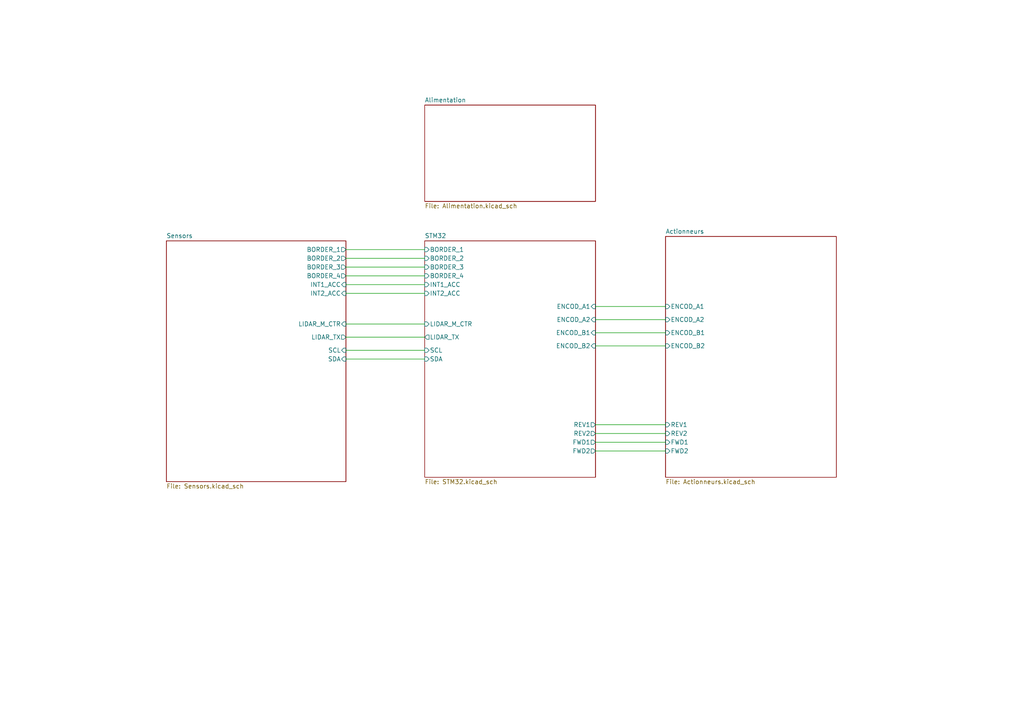
<source format=kicad_sch>
(kicad_sch
	(version 20250114)
	(generator "eeschema")
	(generator_version "9.0")
	(uuid "b2330267-3262-4d12-877e-36612b3f2d84")
	(paper "A4")
	(lib_symbols)
	(wire
		(pts
			(xy 123.19 82.55) (xy 100.33 82.55)
		)
		(stroke
			(width 0)
			(type default)
		)
		(uuid "056e69af-44c9-4531-8d14-188959282a97")
	)
	(wire
		(pts
			(xy 100.33 104.14) (xy 123.19 104.14)
		)
		(stroke
			(width 0)
			(type default)
		)
		(uuid "0acf5d15-b67a-43da-a792-a3c774e586c6")
	)
	(wire
		(pts
			(xy 100.33 97.79) (xy 123.19 97.79)
		)
		(stroke
			(width 0)
			(type default)
		)
		(uuid "0c2dc22c-ac2e-45fe-8a42-497bd09ab456")
	)
	(wire
		(pts
			(xy 172.72 123.19) (xy 193.04 123.19)
		)
		(stroke
			(width 0)
			(type default)
		)
		(uuid "19006918-b701-41b9-b5c2-ab53d733bd13")
	)
	(wire
		(pts
			(xy 172.72 130.81) (xy 193.04 130.81)
		)
		(stroke
			(width 0)
			(type default)
		)
		(uuid "1f64df0c-1a7a-4188-b1fd-b06a70f2c061")
	)
	(wire
		(pts
			(xy 172.72 125.73) (xy 193.04 125.73)
		)
		(stroke
			(width 0)
			(type default)
		)
		(uuid "303e4a37-a0ac-4d78-a379-e8bac0716dc5")
	)
	(wire
		(pts
			(xy 100.33 80.01) (xy 123.19 80.01)
		)
		(stroke
			(width 0)
			(type default)
		)
		(uuid "3200c77f-2dbd-40ec-bbf2-b70b38e60f46")
	)
	(wire
		(pts
			(xy 100.33 72.39) (xy 123.19 72.39)
		)
		(stroke
			(width 0)
			(type default)
		)
		(uuid "333bec58-d803-479c-a207-5706ba448f5e")
	)
	(wire
		(pts
			(xy 172.72 96.52) (xy 193.04 96.52)
		)
		(stroke
			(width 0)
			(type default)
		)
		(uuid "556ad1d5-5965-404c-bb88-01d722f50321")
	)
	(wire
		(pts
			(xy 172.72 128.27) (xy 193.04 128.27)
		)
		(stroke
			(width 0)
			(type default)
		)
		(uuid "5a3d20b9-be16-4e85-b641-bc68c556d136")
	)
	(wire
		(pts
			(xy 172.72 92.71) (xy 193.04 92.71)
		)
		(stroke
			(width 0)
			(type default)
		)
		(uuid "63af1591-3151-4021-ab05-d3c1eca2ed55")
	)
	(wire
		(pts
			(xy 172.72 88.9) (xy 193.04 88.9)
		)
		(stroke
			(width 0)
			(type default)
		)
		(uuid "6ae37d4c-7f3f-4aeb-aef6-030e9c07bb8e")
	)
	(wire
		(pts
			(xy 100.33 85.09) (xy 123.19 85.09)
		)
		(stroke
			(width 0)
			(type default)
		)
		(uuid "7469c825-26c9-4ff2-912c-360eb272da17")
	)
	(wire
		(pts
			(xy 172.72 100.33) (xy 193.04 100.33)
		)
		(stroke
			(width 0)
			(type default)
		)
		(uuid "76454f6e-359b-4755-ad62-5f5e821856ed")
	)
	(wire
		(pts
			(xy 100.33 93.98) (xy 123.19 93.98)
		)
		(stroke
			(width 0)
			(type default)
		)
		(uuid "9782853f-ad9d-43dc-b493-8da20cadfcf0")
	)
	(wire
		(pts
			(xy 100.33 77.47) (xy 123.19 77.47)
		)
		(stroke
			(width 0)
			(type default)
		)
		(uuid "997eef8a-c9f3-4c6c-ac33-dbbc7253f292")
	)
	(wire
		(pts
			(xy 100.33 101.6) (xy 123.19 101.6)
		)
		(stroke
			(width 0)
			(type default)
		)
		(uuid "cb871495-51d8-4e9a-8f61-99944185836e")
	)
	(wire
		(pts
			(xy 100.33 74.93) (xy 123.19 74.93)
		)
		(stroke
			(width 0)
			(type default)
		)
		(uuid "d542428b-1372-4754-8f57-4dbd10793e3d")
	)
	(sheet
		(at 123.19 30.48)
		(size 49.53 27.94)
		(exclude_from_sim no)
		(in_bom yes)
		(on_board yes)
		(dnp no)
		(fields_autoplaced yes)
		(stroke
			(width 0.1524)
			(type solid)
		)
		(fill
			(color 0 0 0 0.0000)
		)
		(uuid "027c0f16-9d10-4b80-857c-f21dafef43b8")
		(property "Sheetname" "Alimentation"
			(at 123.19 29.7684 0)
			(effects
				(font
					(size 1.27 1.27)
				)
				(justify left bottom)
			)
		)
		(property "Sheetfile" "Alimentation.kicad_sch"
			(at 123.19 59.0046 0)
			(effects
				(font
					(size 1.27 1.27)
				)
				(justify left top)
			)
		)
		(instances
			(project "projet"
				(path "/b2330267-3262-4d12-877e-36612b3f2d84"
					(page "4")
				)
			)
		)
	)
	(sheet
		(at 193.04 68.58)
		(size 49.53 69.85)
		(exclude_from_sim no)
		(in_bom yes)
		(on_board yes)
		(dnp no)
		(fields_autoplaced yes)
		(stroke
			(width 0.1524)
			(type solid)
		)
		(fill
			(color 0 0 0 0.0000)
		)
		(uuid "8f598f5d-aea8-4253-b953-247e767269d2")
		(property "Sheetname" "Actionneurs"
			(at 193.04 67.8684 0)
			(effects
				(font
					(size 1.27 1.27)
				)
				(justify left bottom)
			)
		)
		(property "Sheetfile" "Actionneurs.kicad_sch"
			(at 193.04 139.0146 0)
			(effects
				(font
					(size 1.27 1.27)
				)
				(justify left top)
			)
		)
		(pin "FWD1" input
			(at 193.04 128.27 180)
			(uuid "d95b8605-d60f-445e-a29f-0dc2a0bf0805")
			(effects
				(font
					(size 1.27 1.27)
				)
				(justify left)
			)
		)
		(pin "FWD2" input
			(at 193.04 130.81 180)
			(uuid "6ee0616a-f3e9-4a34-99a6-4e5580d37718")
			(effects
				(font
					(size 1.27 1.27)
				)
				(justify left)
			)
		)
		(pin "REV1" input
			(at 193.04 123.19 180)
			(uuid "69cad9d4-6ad5-475b-9957-d92b8e815fee")
			(effects
				(font
					(size 1.27 1.27)
				)
				(justify left)
			)
		)
		(pin "REV2" input
			(at 193.04 125.73 180)
			(uuid "169d25e9-f2ef-4bbb-9d56-d6fcc580ad09")
			(effects
				(font
					(size 1.27 1.27)
				)
				(justify left)
			)
		)
		(pin "ENCOD_A1" input
			(at 193.04 88.9 180)
			(uuid "8d58f55d-0511-4daf-ad25-24b91b89d74d")
			(effects
				(font
					(size 1.27 1.27)
				)
				(justify left)
			)
		)
		(pin "ENCOD_A2" input
			(at 193.04 92.71 180)
			(uuid "ac592ece-6fed-4861-af76-b4f732b3bc35")
			(effects
				(font
					(size 1.27 1.27)
				)
				(justify left)
			)
		)
		(pin "ENCOD_B1" input
			(at 193.04 96.52 180)
			(uuid "a55f82a4-083a-4e29-85e8-3d438ab17521")
			(effects
				(font
					(size 1.27 1.27)
				)
				(justify left)
			)
		)
		(pin "ENCOD_B2" input
			(at 193.04 100.33 180)
			(uuid "60c0e678-1a1d-4ff3-9f74-d3a2d9c5144c")
			(effects
				(font
					(size 1.27 1.27)
				)
				(justify left)
			)
		)
		(instances
			(project "projet"
				(path "/b2330267-3262-4d12-877e-36612b3f2d84"
					(page "3")
				)
			)
		)
	)
	(sheet
		(at 123.19 69.85)
		(size 49.53 68.58)
		(exclude_from_sim no)
		(in_bom yes)
		(on_board yes)
		(dnp no)
		(fields_autoplaced yes)
		(stroke
			(width 0.1524)
			(type solid)
		)
		(fill
			(color 0 0 0 0.0000)
		)
		(uuid "a15e5273-5fb8-496b-bb73-61bf40500213")
		(property "Sheetname" "STM32"
			(at 123.19 69.1384 0)
			(effects
				(font
					(size 1.27 1.27)
				)
				(justify left bottom)
			)
		)
		(property "Sheetfile" "STM32.kicad_sch"
			(at 123.19 139.0146 0)
			(effects
				(font
					(size 1.27 1.27)
				)
				(justify left top)
			)
		)
		(pin "FWD2" output
			(at 172.72 130.81 0)
			(uuid "22585b06-d6fb-4934-9939-02cd7a52494d")
			(effects
				(font
					(size 1.27 1.27)
				)
				(justify right)
			)
		)
		(pin "FWD1" output
			(at 172.72 128.27 0)
			(uuid "4c05b294-3418-449a-8631-931488ca78e7")
			(effects
				(font
					(size 1.27 1.27)
				)
				(justify right)
			)
		)
		(pin "INT1_ACC" input
			(at 123.19 82.55 180)
			(uuid "a2ae9058-d8ed-4107-855a-aff920ef9387")
			(effects
				(font
					(size 1.27 1.27)
				)
				(justify left)
			)
		)
		(pin "INT2_ACC" input
			(at 123.19 85.09 180)
			(uuid "7a6dce6c-5395-4206-84c4-d297ad1c1d61")
			(effects
				(font
					(size 1.27 1.27)
				)
				(justify left)
			)
		)
		(pin "LIDAR_TX" output
			(at 123.19 97.79 180)
			(uuid "7f83accd-cec2-4777-945d-cebde2532348")
			(effects
				(font
					(size 1.27 1.27)
				)
				(justify left)
			)
		)
		(pin "REV1" output
			(at 172.72 123.19 0)
			(uuid "d9ded27f-20b5-448e-bb86-c1d729e69eb5")
			(effects
				(font
					(size 1.27 1.27)
				)
				(justify right)
			)
		)
		(pin "REV2" output
			(at 172.72 125.73 0)
			(uuid "c7fd1f1c-0dba-4366-8093-74baf6d355c0")
			(effects
				(font
					(size 1.27 1.27)
				)
				(justify right)
			)
		)
		(pin "SCL" input
			(at 123.19 101.6 180)
			(uuid "fbfff9d8-0a70-40ce-a3f8-ccf40df2fd14")
			(effects
				(font
					(size 1.27 1.27)
				)
				(justify left)
			)
		)
		(pin "SDA" input
			(at 123.19 104.14 180)
			(uuid "b47b9123-0a4b-408b-a6f8-0b9da653ac7c")
			(effects
				(font
					(size 1.27 1.27)
				)
				(justify left)
			)
		)
		(pin "LIDAR_M_CTR" input
			(at 123.19 93.98 180)
			(uuid "d7ff45b9-0fec-4913-bd5e-fae7fbf39a71")
			(effects
				(font
					(size 1.27 1.27)
				)
				(justify left)
			)
		)
		(pin "ENCOD_A1" input
			(at 172.72 88.9 0)
			(uuid "1c28b3fe-31c1-4ee9-be4f-0d450981bbd7")
			(effects
				(font
					(size 1.27 1.27)
				)
				(justify right)
			)
		)
		(pin "ENCOD_A2" input
			(at 172.72 92.71 0)
			(uuid "bc57bd52-e1a9-499f-8008-5c8d1a492129")
			(effects
				(font
					(size 1.27 1.27)
				)
				(justify right)
			)
		)
		(pin "ENCOD_B1" input
			(at 172.72 96.52 0)
			(uuid "5da68362-10a8-4a20-b616-908d18b86a4d")
			(effects
				(font
					(size 1.27 1.27)
				)
				(justify right)
			)
		)
		(pin "ENCOD_B2" input
			(at 172.72 100.33 0)
			(uuid "21512df9-1faf-415d-89fe-5a0d2452291b")
			(effects
				(font
					(size 1.27 1.27)
				)
				(justify right)
			)
		)
		(pin "BORDER_1" input
			(at 123.19 72.39 180)
			(uuid "788a29dd-d74d-4e3a-8a0b-8a4b55c71cb1")
			(effects
				(font
					(size 1.27 1.27)
				)
				(justify left)
			)
		)
		(pin "BORDER_2" input
			(at 123.19 74.93 180)
			(uuid "63303cea-4f30-4cba-9010-efb1739e0fe4")
			(effects
				(font
					(size 1.27 1.27)
				)
				(justify left)
			)
		)
		(pin "BORDER_3" input
			(at 123.19 77.47 180)
			(uuid "6766d1b1-b6cf-4fb0-b723-9aba92b9d3fe")
			(effects
				(font
					(size 1.27 1.27)
				)
				(justify left)
			)
		)
		(pin "BORDER_4" input
			(at 123.19 80.01 180)
			(uuid "1ec8624c-fe46-4740-88df-b693025c8076")
			(effects
				(font
					(size 1.27 1.27)
				)
				(justify left)
			)
		)
		(instances
			(project "projet"
				(path "/b2330267-3262-4d12-877e-36612b3f2d84"
					(page "2")
				)
			)
		)
	)
	(sheet
		(at 48.26 69.85)
		(size 52.07 69.85)
		(exclude_from_sim no)
		(in_bom yes)
		(on_board yes)
		(dnp no)
		(fields_autoplaced yes)
		(stroke
			(width 0.1524)
			(type solid)
		)
		(fill
			(color 0 0 0 0.0000)
		)
		(uuid "fb3a1801-63de-4558-9fb3-e6b98a5f4817")
		(property "Sheetname" "Sensors"
			(at 48.26 69.1384 0)
			(effects
				(font
					(size 1.27 1.27)
				)
				(justify left bottom)
			)
		)
		(property "Sheetfile" "Sensors.kicad_sch"
			(at 48.26 140.2846 0)
			(effects
				(font
					(size 1.27 1.27)
				)
				(justify left top)
			)
		)
		(pin "BORDER_1" output
			(at 100.33 72.39 0)
			(uuid "06e77faa-cbd5-496a-aaf8-08343e610aa2")
			(effects
				(font
					(size 1.27 1.27)
				)
				(justify right)
			)
		)
		(pin "BORDER_2" output
			(at 100.33 74.93 0)
			(uuid "9678b86e-a876-4f30-bda9-9195e204fbe6")
			(effects
				(font
					(size 1.27 1.27)
				)
				(justify right)
			)
		)
		(pin "INT1_ACC" input
			(at 100.33 82.55 0)
			(uuid "4583b5fc-80fd-48bc-844a-e82f0f23aad7")
			(effects
				(font
					(size 1.27 1.27)
				)
				(justify right)
			)
		)
		(pin "INT2_ACC" input
			(at 100.33 85.09 0)
			(uuid "b33da4b6-919e-463d-91d0-2abb5dd917f4")
			(effects
				(font
					(size 1.27 1.27)
				)
				(justify right)
			)
		)
		(pin "LIDAR_TX" output
			(at 100.33 97.79 0)
			(uuid "203833c1-5eed-420a-b36d-41d8fa914256")
			(effects
				(font
					(size 1.27 1.27)
				)
				(justify right)
			)
		)
		(pin "SCL" input
			(at 100.33 101.6 0)
			(uuid "63f2c71a-4688-4834-82e7-753403a413b9")
			(effects
				(font
					(size 1.27 1.27)
				)
				(justify right)
			)
		)
		(pin "SDA" input
			(at 100.33 104.14 0)
			(uuid "71d3065d-4bb1-4257-8c51-73b0c1be7c88")
			(effects
				(font
					(size 1.27 1.27)
				)
				(justify right)
			)
		)
		(pin "LIDAR_M_CTR" input
			(at 100.33 93.98 0)
			(uuid "ce236d2f-5f4c-426c-b4c0-085750576fc8")
			(effects
				(font
					(size 1.27 1.27)
				)
				(justify right)
			)
		)
		(pin "BORDER_3" output
			(at 100.33 77.47 0)
			(uuid "5b23c528-db8d-467b-b105-269ac5d84b46")
			(effects
				(font
					(size 1.27 1.27)
				)
				(justify right)
			)
		)
		(pin "BORDER_4" output
			(at 100.33 80.01 0)
			(uuid "1ef64040-04ed-43fb-a15a-5dcabc01f318")
			(effects
				(font
					(size 1.27 1.27)
				)
				(justify right)
			)
		)
		(instances
			(project "projet"
				(path "/b2330267-3262-4d12-877e-36612b3f2d84"
					(page "5")
				)
			)
		)
	)
	(sheet_instances
		(path "/"
			(page "1")
		)
	)
	(embedded_fonts no)
)

</source>
